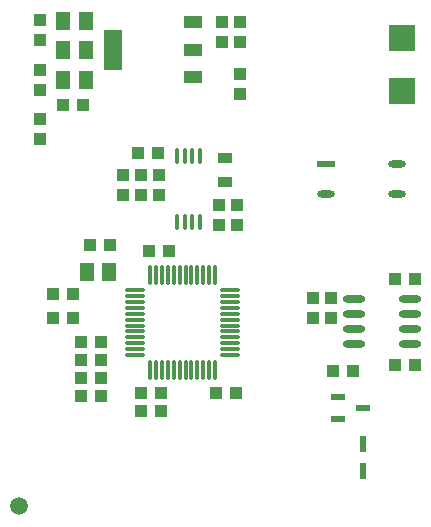
<source format=gtp>
%FSDAX24Y24*%
%MOIN*%
%SFA1B1*%

%IPPOS*%
%ADD10R,0.059100X0.023600*%
%ADD11O,0.059100X0.023600*%
%ADD12O,0.074800X0.023600*%
%ADD13R,0.043300X0.039400*%
%ADD14R,0.090600X0.090600*%
%ADD15R,0.039400X0.043300*%
%ADD16O,0.013800X0.055100*%
%ADD17O,0.011800X0.070900*%
%ADD18O,0.070900X0.011800*%
%ADD19R,0.051200X0.023600*%
%ADD20R,0.021700X0.057100*%
%ADD21R,0.051200X0.059100*%
%ADD22C,0.059100*%
%ADD23R,0.061000X0.135800*%
%ADD24R,0.061000X0.043300*%
%ADD25R,0.061000X0.043300*%
%ADD26R,0.045300X0.035400*%
%LNde-080324-1*%
%LPD*%
G54D10*
X021538Y022650D03*
G54D11*
X021538Y021650D03*
X023900Y022650D03*
Y021650D03*
G54D12*
X022475Y018150D03*
Y017650D03*
Y017150D03*
Y016650D03*
X024325Y018150D03*
Y017650D03*
Y017150D03*
Y016650D03*
G54D13*
X023815Y018800D03*
X024485D03*
X015265Y023000D03*
X015935D03*
X016300Y019750D03*
X015631D03*
X021765Y015750D03*
X022435D03*
X023815Y015950D03*
X024485D03*
X013665Y019950D03*
X014335D03*
X013085Y018313D03*
X012415D03*
X013085Y017487D03*
X012415D03*
X017865Y015000D03*
X018535D03*
X013365Y016700D03*
X014035D03*
X013365Y016100D03*
X014035D03*
X013365Y015500D03*
X014035D03*
X013365Y014900D03*
X014035D03*
X012765Y024600D03*
X013435D03*
X016035Y015000D03*
X015365D03*
X016035Y014400D03*
X015365D03*
G54D14*
X024050Y026836D03*
Y025064D03*
G54D15*
X018650Y025635D03*
Y024965D03*
X017950Y020615D03*
Y021285D03*
X018550Y020615D03*
Y021285D03*
X015950Y021615D03*
Y022285D03*
X015350Y021615D03*
Y022285D03*
X014750Y021615D03*
Y022285D03*
X021700Y018185D03*
Y017515D03*
X021100Y018185D03*
Y017515D03*
X012000Y025115D03*
Y025785D03*
Y024135D03*
Y023465D03*
X018650Y026715D03*
Y027385D03*
X018050Y026715D03*
Y027385D03*
X012000Y026765D03*
Y027435D03*
G54D16*
X017334Y022902D03*
X017078D03*
X016822D03*
X016566D03*
X017334Y020698D03*
X017078D03*
X016822D03*
X016566D03*
G54D17*
X015667Y018944D03*
X015864D03*
X016061D03*
X016258D03*
X016455D03*
X016652D03*
X016848D03*
X017045D03*
X017242D03*
X017439D03*
X017636D03*
X017833D03*
Y015756D03*
X017636D03*
X017439D03*
X017242D03*
X017045D03*
X016848D03*
X016652D03*
X016455D03*
X016258D03*
X016061D03*
X015864D03*
X015667D03*
G54D18*
X018344Y018433D03*
Y018236D03*
Y018039D03*
Y017842D03*
Y017645D03*
Y017448D03*
Y017252D03*
Y017055D03*
Y016858D03*
Y016661D03*
Y016464D03*
Y016267D03*
X015156D03*
Y016464D03*
Y016661D03*
Y016858D03*
Y017055D03*
Y017252D03*
Y017448D03*
Y017645D03*
Y017842D03*
Y018039D03*
Y018236D03*
Y018433D03*
G54D19*
X022750Y014500D03*
X021923Y014126D03*
Y014874D03*
G54D20*
X022750Y013313D03*
Y012387D03*
G54D21*
X014300Y019050D03*
X013552D03*
X013524Y025450D03*
X012776D03*
X013524Y026450D03*
X012776D03*
X013524Y027400D03*
X012776D03*
G54D22*
X011300Y011250D03*
G54D23*
X014421Y026450D03*
G54D24*
X017079Y027356D03*
Y026450D03*
G54D25*
X017079Y025545D03*
G54D26*
X018150Y022822D03*
Y022050D03*
M02*
</source>
